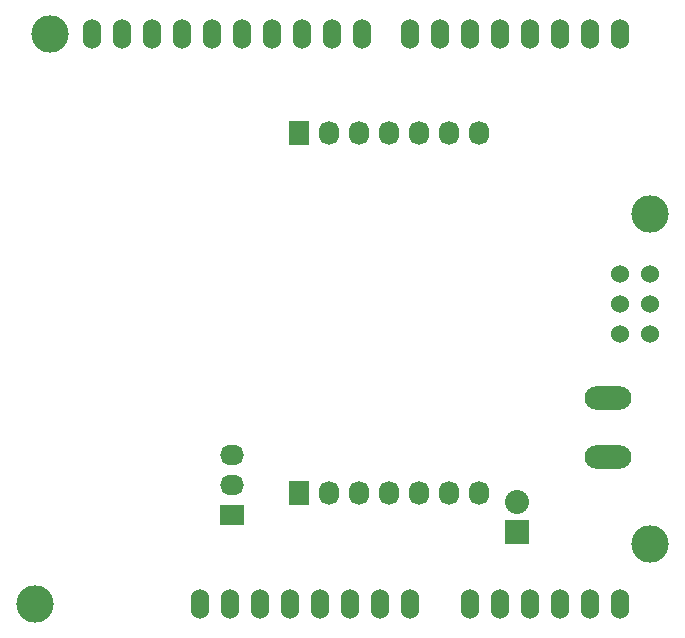
<source format=gts>
G04 #@! TF.FileFunction,Soldermask,Top*
%FSLAX46Y46*%
G04 Gerber Fmt 4.6, Leading zero omitted, Abs format (unit mm)*
G04 Created by KiCad (PCBNEW 4.0.1-2.201512121406+6195~38~ubuntu15.10.1-stable) date lun 14 dic 2015 21:42:08 CLT*
%MOMM*%
G01*
G04 APERTURE LIST*
%ADD10C,0.150000*%
%ADD11O,3.962400X1.981200*%
%ADD12O,1.524000X2.540000*%
%ADD13C,3.175000*%
%ADD14C,1.524000*%
%ADD15R,1.727200X2.032000*%
%ADD16O,1.727200X2.032000*%
%ADD17R,2.032000X1.727200*%
%ADD18O,2.032000X1.727200*%
%ADD19R,2.032000X2.032000*%
%ADD20O,2.032000X2.032000*%
G04 APERTURE END LIST*
D10*
D11*
X272800000Y-133000000D03*
X272800000Y-128000000D03*
D12*
X273799300Y-145440400D03*
X271259300Y-145440400D03*
X268719300Y-145440400D03*
X261099300Y-145440400D03*
X263639300Y-145440400D03*
X266179300Y-145440400D03*
X256019300Y-145440400D03*
X253479300Y-145440400D03*
X250939300Y-145440400D03*
X245859300Y-145440400D03*
X243319300Y-145440400D03*
X273799300Y-97180400D03*
X271259300Y-97180400D03*
X268719300Y-97180400D03*
X266179300Y-97180400D03*
X263639300Y-97180400D03*
X261099300Y-97180400D03*
X258559300Y-97180400D03*
X256019300Y-97180400D03*
X251955300Y-97180400D03*
X249415300Y-97180400D03*
X246875300Y-97180400D03*
X244335300Y-97180400D03*
X241795300Y-97180400D03*
X239255300Y-97180400D03*
X236715300Y-97180400D03*
X234175300Y-97180400D03*
X248399300Y-145440400D03*
D13*
X276339300Y-140360400D03*
X276339300Y-112420400D03*
X225539300Y-97180400D03*
X224269300Y-145440400D03*
D12*
X231635300Y-97180400D03*
X229095300Y-97180400D03*
X240779300Y-145440400D03*
X238239300Y-145440400D03*
D14*
X273799300Y-117500400D03*
X276339300Y-117500400D03*
X273799300Y-120040400D03*
X276339300Y-120040400D03*
X273799300Y-122580400D03*
X276339300Y-122580400D03*
D15*
X246618500Y-136055000D03*
D16*
X249158500Y-136055000D03*
X251698500Y-136055000D03*
X254238500Y-136055000D03*
X256778500Y-136055000D03*
X259318500Y-136055000D03*
X261858500Y-136055000D03*
D15*
X246618500Y-105555000D03*
D16*
X249158500Y-105555000D03*
X251698500Y-105555000D03*
X254238500Y-105555000D03*
X256778500Y-105555000D03*
X259318500Y-105555000D03*
X261858500Y-105555000D03*
D17*
X240906300Y-137900000D03*
D18*
X240906300Y-135360000D03*
X240906300Y-132820000D03*
D19*
X265099800Y-139369800D03*
D20*
X265099800Y-136829800D03*
M02*

</source>
